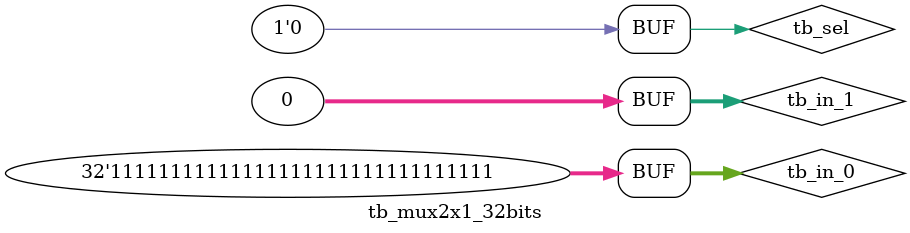
<source format=v>
module mux2x1_32bits (
    input [31:0] in_0,
    input [31:0] in_1,
    input sel,
    output [31:0] out 
);

    assign out = (sel) ? in_1 : in_0;

endmodule


module tb_mux2x1_32bits();
	reg [31:0] tb_in_0;
    reg [31:0] tb_in_1;
    reg tb_sel;
    wire [31:0] tb_out;
	
	initial begin
		tb_in_0 = 32'hFFFFFFFF;
		tb_in_1 = 32'h00000000;
		tb_sel = 1'b0;
		#25 tb_sel = 1'b1;
		#25 tb_sel = 1'b0;
		#25;
	end
	
	mux2x1_32bits test_mux2x1_32bits(
		.in_0 (tb_in_0),
		.in_1 (tb_in_1),
		.sel  (tb_sel ),
		.out  (tb_out )
	);
	
endmodule
</source>
